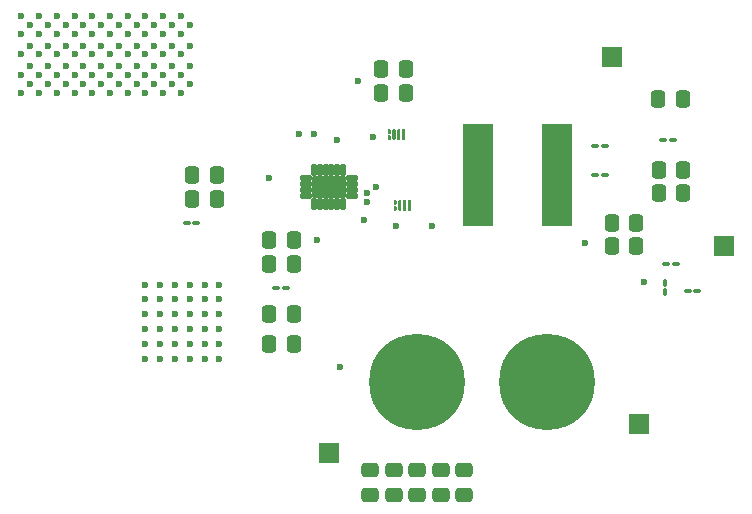
<source format=gbr>
%TF.GenerationSoftware,KiCad,Pcbnew,9.0.1*%
%TF.CreationDate,2025-11-16T17:16:38-08:00*%
%TF.ProjectId,GaN-LTC7800,47614e2d-4c54-4433-9738-30302e6b6963,rev?*%
%TF.SameCoordinates,Original*%
%TF.FileFunction,Soldermask,Top*%
%TF.FilePolarity,Negative*%
%FSLAX46Y46*%
G04 Gerber Fmt 4.6, Leading zero omitted, Abs format (unit mm)*
G04 Created by KiCad (PCBNEW 9.0.1) date 2025-11-16 17:16:38*
%MOMM*%
%LPD*%
G01*
G04 APERTURE LIST*
G04 Aperture macros list*
%AMRoundRect*
0 Rectangle with rounded corners*
0 $1 Rounding radius*
0 $2 $3 $4 $5 $6 $7 $8 $9 X,Y pos of 4 corners*
0 Add a 4 corners polygon primitive as box body*
4,1,4,$2,$3,$4,$5,$6,$7,$8,$9,$2,$3,0*
0 Add four circle primitives for the rounded corners*
1,1,$1+$1,$2,$3*
1,1,$1+$1,$4,$5*
1,1,$1+$1,$6,$7*
1,1,$1+$1,$8,$9*
0 Add four rect primitives between the rounded corners*
20,1,$1+$1,$2,$3,$4,$5,0*
20,1,$1+$1,$4,$5,$6,$7,0*
20,1,$1+$1,$6,$7,$8,$9,0*
20,1,$1+$1,$8,$9,$2,$3,0*%
G04 Aperture macros list end*
%ADD10C,0.000100*%
%ADD11RoundRect,0.250000X0.337500X0.475000X-0.337500X0.475000X-0.337500X-0.475000X0.337500X-0.475000X0*%
%ADD12RoundRect,0.250000X-0.337500X-0.475000X0.337500X-0.475000X0.337500X0.475000X-0.337500X0.475000X0*%
%ADD13RoundRect,0.250000X-0.475000X0.337500X-0.475000X-0.337500X0.475000X-0.337500X0.475000X0.337500X0*%
%ADD14RoundRect,0.100000X-0.217500X-0.100000X0.217500X-0.100000X0.217500X0.100000X-0.217500X0.100000X0*%
%ADD15R,1.700000X1.700000*%
%ADD16RoundRect,0.102000X0.135000X-0.420000X0.135000X0.420000X-0.135000X0.420000X-0.135000X-0.420000X0*%
%ADD17RoundRect,0.102000X0.420000X-0.135000X0.420000X0.135000X-0.420000X0.135000X-0.420000X-0.135000X0*%
%ADD18RoundRect,0.102000X1.325000X-0.825000X1.325000X0.825000X-1.325000X0.825000X-1.325000X-0.825000X0*%
%ADD19C,8.115000*%
%ADD20RoundRect,0.250000X0.475000X-0.337500X0.475000X0.337500X-0.475000X0.337500X-0.475000X-0.337500X0*%
%ADD21RoundRect,0.100000X0.217500X0.100000X-0.217500X0.100000X-0.217500X-0.100000X0.217500X-0.100000X0*%
%ADD22RoundRect,0.102000X-1.190000X-4.250000X1.190000X-4.250000X1.190000X4.250000X-1.190000X4.250000X0*%
%ADD23RoundRect,0.100000X-0.100000X0.217500X-0.100000X-0.217500X0.100000X-0.217500X0.100000X0.217500X0*%
%ADD24C,0.600000*%
G04 APERTURE END LIST*
D10*
%TO.C,Q1*%
X102119000Y-135093000D02*
X102128000Y-135095000D01*
X102137000Y-135099000D01*
X102145000Y-135103000D01*
X102153000Y-135108000D01*
X102160000Y-135114000D01*
X102167000Y-135121000D01*
X102173000Y-135128000D01*
X102178000Y-135136000D01*
X102182000Y-135144000D01*
X102186000Y-135153000D01*
X102188000Y-135162000D01*
X102190000Y-135172000D01*
X102190000Y-135181000D01*
X102190000Y-135301000D01*
X102190000Y-135310000D01*
X102188000Y-135320000D01*
X102186000Y-135329000D01*
X102182000Y-135338000D01*
X102178000Y-135346000D01*
X102173000Y-135354000D01*
X102167000Y-135361000D01*
X102160000Y-135368000D01*
X102153000Y-135374000D01*
X102145000Y-135379000D01*
X102137000Y-135383000D01*
X102128000Y-135387000D01*
X102119000Y-135389000D01*
X102109000Y-135391000D01*
X102100000Y-135391000D01*
X102091000Y-135391000D01*
X102081000Y-135389000D01*
X102072000Y-135387000D01*
X102063000Y-135383000D01*
X102055000Y-135379000D01*
X102047000Y-135374000D01*
X102040000Y-135368000D01*
X102033000Y-135361000D01*
X102027000Y-135354000D01*
X102022000Y-135346000D01*
X102018000Y-135338000D01*
X102014000Y-135329000D01*
X102012000Y-135320000D01*
X102010000Y-135310000D01*
X102010000Y-135301000D01*
X102010000Y-135181000D01*
X102010000Y-135172000D01*
X102012000Y-135162000D01*
X102014000Y-135153000D01*
X102018000Y-135144000D01*
X102022000Y-135136000D01*
X102027000Y-135128000D01*
X102033000Y-135121000D01*
X102040000Y-135114000D01*
X102047000Y-135108000D01*
X102055000Y-135103000D01*
X102063000Y-135099000D01*
X102072000Y-135095000D01*
X102081000Y-135093000D01*
X102091000Y-135091000D01*
X102100000Y-135091000D01*
X102109000Y-135091000D01*
X102119000Y-135093000D01*
G36*
X102119000Y-135093000D02*
G01*
X102128000Y-135095000D01*
X102137000Y-135099000D01*
X102145000Y-135103000D01*
X102153000Y-135108000D01*
X102160000Y-135114000D01*
X102167000Y-135121000D01*
X102173000Y-135128000D01*
X102178000Y-135136000D01*
X102182000Y-135144000D01*
X102186000Y-135153000D01*
X102188000Y-135162000D01*
X102190000Y-135172000D01*
X102190000Y-135181000D01*
X102190000Y-135301000D01*
X102190000Y-135310000D01*
X102188000Y-135320000D01*
X102186000Y-135329000D01*
X102182000Y-135338000D01*
X102178000Y-135346000D01*
X102173000Y-135354000D01*
X102167000Y-135361000D01*
X102160000Y-135368000D01*
X102153000Y-135374000D01*
X102145000Y-135379000D01*
X102137000Y-135383000D01*
X102128000Y-135387000D01*
X102119000Y-135389000D01*
X102109000Y-135391000D01*
X102100000Y-135391000D01*
X102091000Y-135391000D01*
X102081000Y-135389000D01*
X102072000Y-135387000D01*
X102063000Y-135383000D01*
X102055000Y-135379000D01*
X102047000Y-135374000D01*
X102040000Y-135368000D01*
X102033000Y-135361000D01*
X102027000Y-135354000D01*
X102022000Y-135346000D01*
X102018000Y-135338000D01*
X102014000Y-135329000D01*
X102012000Y-135320000D01*
X102010000Y-135310000D01*
X102010000Y-135301000D01*
X102010000Y-135181000D01*
X102010000Y-135172000D01*
X102012000Y-135162000D01*
X102014000Y-135153000D01*
X102018000Y-135144000D01*
X102022000Y-135136000D01*
X102027000Y-135128000D01*
X102033000Y-135121000D01*
X102040000Y-135114000D01*
X102047000Y-135108000D01*
X102055000Y-135103000D01*
X102063000Y-135099000D01*
X102072000Y-135095000D01*
X102081000Y-135093000D01*
X102091000Y-135091000D01*
X102100000Y-135091000D01*
X102109000Y-135091000D01*
X102119000Y-135093000D01*
G37*
X102119000Y-135611000D02*
X102128000Y-135613000D01*
X102137000Y-135617000D01*
X102145000Y-135621000D01*
X102153000Y-135626000D01*
X102160000Y-135632000D01*
X102167000Y-135639000D01*
X102173000Y-135646000D01*
X102178000Y-135654000D01*
X102182000Y-135662000D01*
X102186000Y-135671000D01*
X102188000Y-135680000D01*
X102190000Y-135690000D01*
X102190000Y-135699000D01*
X102190000Y-135819000D01*
X102190000Y-135828000D01*
X102188000Y-135838000D01*
X102186000Y-135847000D01*
X102182000Y-135856000D01*
X102178000Y-135864000D01*
X102173000Y-135872000D01*
X102167000Y-135879000D01*
X102160000Y-135886000D01*
X102153000Y-135892000D01*
X102145000Y-135897000D01*
X102137000Y-135901000D01*
X102128000Y-135905000D01*
X102119000Y-135907000D01*
X102109000Y-135909000D01*
X102100000Y-135909000D01*
X102091000Y-135909000D01*
X102081000Y-135907000D01*
X102072000Y-135905000D01*
X102063000Y-135901000D01*
X102055000Y-135897000D01*
X102047000Y-135892000D01*
X102040000Y-135886000D01*
X102033000Y-135879000D01*
X102027000Y-135872000D01*
X102022000Y-135864000D01*
X102018000Y-135856000D01*
X102014000Y-135847000D01*
X102012000Y-135838000D01*
X102010000Y-135828000D01*
X102010000Y-135819000D01*
X102010000Y-135699000D01*
X102010000Y-135690000D01*
X102012000Y-135680000D01*
X102014000Y-135671000D01*
X102018000Y-135662000D01*
X102022000Y-135654000D01*
X102027000Y-135646000D01*
X102033000Y-135639000D01*
X102040000Y-135632000D01*
X102047000Y-135626000D01*
X102055000Y-135621000D01*
X102063000Y-135617000D01*
X102072000Y-135613000D01*
X102081000Y-135611000D01*
X102091000Y-135609000D01*
X102100000Y-135609000D01*
X102109000Y-135609000D01*
X102119000Y-135611000D01*
G36*
X102119000Y-135611000D02*
G01*
X102128000Y-135613000D01*
X102137000Y-135617000D01*
X102145000Y-135621000D01*
X102153000Y-135626000D01*
X102160000Y-135632000D01*
X102167000Y-135639000D01*
X102173000Y-135646000D01*
X102178000Y-135654000D01*
X102182000Y-135662000D01*
X102186000Y-135671000D01*
X102188000Y-135680000D01*
X102190000Y-135690000D01*
X102190000Y-135699000D01*
X102190000Y-135819000D01*
X102190000Y-135828000D01*
X102188000Y-135838000D01*
X102186000Y-135847000D01*
X102182000Y-135856000D01*
X102178000Y-135864000D01*
X102173000Y-135872000D01*
X102167000Y-135879000D01*
X102160000Y-135886000D01*
X102153000Y-135892000D01*
X102145000Y-135897000D01*
X102137000Y-135901000D01*
X102128000Y-135905000D01*
X102119000Y-135907000D01*
X102109000Y-135909000D01*
X102100000Y-135909000D01*
X102091000Y-135909000D01*
X102081000Y-135907000D01*
X102072000Y-135905000D01*
X102063000Y-135901000D01*
X102055000Y-135897000D01*
X102047000Y-135892000D01*
X102040000Y-135886000D01*
X102033000Y-135879000D01*
X102027000Y-135872000D01*
X102022000Y-135864000D01*
X102018000Y-135856000D01*
X102014000Y-135847000D01*
X102012000Y-135838000D01*
X102010000Y-135828000D01*
X102010000Y-135819000D01*
X102010000Y-135699000D01*
X102010000Y-135690000D01*
X102012000Y-135680000D01*
X102014000Y-135671000D01*
X102018000Y-135662000D01*
X102022000Y-135654000D01*
X102027000Y-135646000D01*
X102033000Y-135639000D01*
X102040000Y-135632000D01*
X102047000Y-135626000D01*
X102055000Y-135621000D01*
X102063000Y-135617000D01*
X102072000Y-135613000D01*
X102081000Y-135611000D01*
X102091000Y-135609000D01*
X102100000Y-135609000D01*
X102109000Y-135609000D01*
X102119000Y-135611000D01*
G37*
X102512000Y-135094000D02*
X102521000Y-135095000D01*
X102530000Y-135098000D01*
X102539000Y-135102000D01*
X102547000Y-135106000D01*
X102555000Y-135111000D01*
X102562000Y-135117000D01*
X102568000Y-135124000D01*
X102574000Y-135132000D01*
X102579000Y-135140000D01*
X102583000Y-135148000D01*
X102586000Y-135157000D01*
X102588000Y-135166000D01*
X102590000Y-135175000D01*
X102590000Y-135185000D01*
X102590000Y-135820000D01*
X102589000Y-135829000D01*
X102588000Y-135838000D01*
X102585000Y-135847000D01*
X102582000Y-135855000D01*
X102577000Y-135864000D01*
X102572000Y-135871000D01*
X102566000Y-135879000D01*
X102560000Y-135885000D01*
X102552000Y-135891000D01*
X102545000Y-135896000D01*
X102536000Y-135900000D01*
X102528000Y-135904000D01*
X102519000Y-135906000D01*
X102509000Y-135907000D01*
X102500000Y-135908000D01*
X102491000Y-135907000D01*
X102481000Y-135906000D01*
X102472000Y-135904000D01*
X102464000Y-135900000D01*
X102455000Y-135896000D01*
X102448000Y-135891000D01*
X102440000Y-135885000D01*
X102434000Y-135879000D01*
X102428000Y-135871000D01*
X102423000Y-135864000D01*
X102418000Y-135855000D01*
X102415000Y-135847000D01*
X102412000Y-135838000D01*
X102411000Y-135829000D01*
X102410000Y-135820000D01*
X102410000Y-135180000D01*
X102411000Y-135171000D01*
X102413000Y-135161000D01*
X102415000Y-135152000D01*
X102419000Y-135144000D01*
X102423000Y-135136000D01*
X102429000Y-135128000D01*
X102435000Y-135121000D01*
X102442000Y-135114000D01*
X102449000Y-135109000D01*
X102457000Y-135104000D01*
X102466000Y-135100000D01*
X102475000Y-135097000D01*
X102484000Y-135095000D01*
X102493000Y-135093000D01*
X102502000Y-135093000D01*
X102512000Y-135094000D01*
G36*
X102512000Y-135094000D02*
G01*
X102521000Y-135095000D01*
X102530000Y-135098000D01*
X102539000Y-135102000D01*
X102547000Y-135106000D01*
X102555000Y-135111000D01*
X102562000Y-135117000D01*
X102568000Y-135124000D01*
X102574000Y-135132000D01*
X102579000Y-135140000D01*
X102583000Y-135148000D01*
X102586000Y-135157000D01*
X102588000Y-135166000D01*
X102590000Y-135175000D01*
X102590000Y-135185000D01*
X102590000Y-135820000D01*
X102589000Y-135829000D01*
X102588000Y-135838000D01*
X102585000Y-135847000D01*
X102582000Y-135855000D01*
X102577000Y-135864000D01*
X102572000Y-135871000D01*
X102566000Y-135879000D01*
X102560000Y-135885000D01*
X102552000Y-135891000D01*
X102545000Y-135896000D01*
X102536000Y-135900000D01*
X102528000Y-135904000D01*
X102519000Y-135906000D01*
X102509000Y-135907000D01*
X102500000Y-135908000D01*
X102491000Y-135907000D01*
X102481000Y-135906000D01*
X102472000Y-135904000D01*
X102464000Y-135900000D01*
X102455000Y-135896000D01*
X102448000Y-135891000D01*
X102440000Y-135885000D01*
X102434000Y-135879000D01*
X102428000Y-135871000D01*
X102423000Y-135864000D01*
X102418000Y-135855000D01*
X102415000Y-135847000D01*
X102412000Y-135838000D01*
X102411000Y-135829000D01*
X102410000Y-135820000D01*
X102410000Y-135180000D01*
X102411000Y-135171000D01*
X102413000Y-135161000D01*
X102415000Y-135152000D01*
X102419000Y-135144000D01*
X102423000Y-135136000D01*
X102429000Y-135128000D01*
X102435000Y-135121000D01*
X102442000Y-135114000D01*
X102449000Y-135109000D01*
X102457000Y-135104000D01*
X102466000Y-135100000D01*
X102475000Y-135097000D01*
X102484000Y-135095000D01*
X102493000Y-135093000D01*
X102502000Y-135093000D01*
X102512000Y-135094000D01*
G37*
X102912000Y-135094000D02*
X102921000Y-135095000D01*
X102930000Y-135098000D01*
X102939000Y-135102000D01*
X102947000Y-135106000D01*
X102955000Y-135111000D01*
X102962000Y-135117000D01*
X102968000Y-135124000D01*
X102974000Y-135132000D01*
X102979000Y-135140000D01*
X102983000Y-135148000D01*
X102986000Y-135157000D01*
X102988000Y-135166000D01*
X102990000Y-135175000D01*
X102990000Y-135185000D01*
X102990000Y-135820000D01*
X102989000Y-135829000D01*
X102988000Y-135838000D01*
X102985000Y-135847000D01*
X102982000Y-135855000D01*
X102977000Y-135864000D01*
X102972000Y-135871000D01*
X102966000Y-135879000D01*
X102960000Y-135885000D01*
X102952000Y-135891000D01*
X102945000Y-135896000D01*
X102936000Y-135900000D01*
X102928000Y-135904000D01*
X102919000Y-135906000D01*
X102909000Y-135907000D01*
X102900000Y-135908000D01*
X102891000Y-135907000D01*
X102881000Y-135906000D01*
X102872000Y-135904000D01*
X102864000Y-135900000D01*
X102855000Y-135896000D01*
X102848000Y-135891000D01*
X102840000Y-135885000D01*
X102834000Y-135879000D01*
X102828000Y-135871000D01*
X102823000Y-135864000D01*
X102818000Y-135855000D01*
X102815000Y-135847000D01*
X102812000Y-135838000D01*
X102811000Y-135829000D01*
X102810000Y-135820000D01*
X102810000Y-135180000D01*
X102811000Y-135171000D01*
X102813000Y-135161000D01*
X102815000Y-135152000D01*
X102819000Y-135144000D01*
X102823000Y-135136000D01*
X102829000Y-135128000D01*
X102835000Y-135121000D01*
X102842000Y-135114000D01*
X102849000Y-135109000D01*
X102857000Y-135104000D01*
X102866000Y-135100000D01*
X102875000Y-135097000D01*
X102884000Y-135095000D01*
X102893000Y-135093000D01*
X102902000Y-135093000D01*
X102912000Y-135094000D01*
G36*
X102912000Y-135094000D02*
G01*
X102921000Y-135095000D01*
X102930000Y-135098000D01*
X102939000Y-135102000D01*
X102947000Y-135106000D01*
X102955000Y-135111000D01*
X102962000Y-135117000D01*
X102968000Y-135124000D01*
X102974000Y-135132000D01*
X102979000Y-135140000D01*
X102983000Y-135148000D01*
X102986000Y-135157000D01*
X102988000Y-135166000D01*
X102990000Y-135175000D01*
X102990000Y-135185000D01*
X102990000Y-135820000D01*
X102989000Y-135829000D01*
X102988000Y-135838000D01*
X102985000Y-135847000D01*
X102982000Y-135855000D01*
X102977000Y-135864000D01*
X102972000Y-135871000D01*
X102966000Y-135879000D01*
X102960000Y-135885000D01*
X102952000Y-135891000D01*
X102945000Y-135896000D01*
X102936000Y-135900000D01*
X102928000Y-135904000D01*
X102919000Y-135906000D01*
X102909000Y-135907000D01*
X102900000Y-135908000D01*
X102891000Y-135907000D01*
X102881000Y-135906000D01*
X102872000Y-135904000D01*
X102864000Y-135900000D01*
X102855000Y-135896000D01*
X102848000Y-135891000D01*
X102840000Y-135885000D01*
X102834000Y-135879000D01*
X102828000Y-135871000D01*
X102823000Y-135864000D01*
X102818000Y-135855000D01*
X102815000Y-135847000D01*
X102812000Y-135838000D01*
X102811000Y-135829000D01*
X102810000Y-135820000D01*
X102810000Y-135180000D01*
X102811000Y-135171000D01*
X102813000Y-135161000D01*
X102815000Y-135152000D01*
X102819000Y-135144000D01*
X102823000Y-135136000D01*
X102829000Y-135128000D01*
X102835000Y-135121000D01*
X102842000Y-135114000D01*
X102849000Y-135109000D01*
X102857000Y-135104000D01*
X102866000Y-135100000D01*
X102875000Y-135097000D01*
X102884000Y-135095000D01*
X102893000Y-135093000D01*
X102902000Y-135093000D01*
X102912000Y-135094000D01*
G37*
X103312000Y-135094000D02*
X103321000Y-135095000D01*
X103330000Y-135098000D01*
X103339000Y-135102000D01*
X103347000Y-135106000D01*
X103355000Y-135111000D01*
X103362000Y-135117000D01*
X103368000Y-135124000D01*
X103374000Y-135132000D01*
X103379000Y-135140000D01*
X103383000Y-135148000D01*
X103386000Y-135157000D01*
X103388000Y-135166000D01*
X103390000Y-135175000D01*
X103390000Y-135185000D01*
X103390000Y-135820000D01*
X103389000Y-135829000D01*
X103388000Y-135838000D01*
X103385000Y-135847000D01*
X103382000Y-135855000D01*
X103377000Y-135864000D01*
X103372000Y-135871000D01*
X103366000Y-135879000D01*
X103360000Y-135885000D01*
X103352000Y-135891000D01*
X103345000Y-135896000D01*
X103336000Y-135900000D01*
X103328000Y-135904000D01*
X103319000Y-135906000D01*
X103309000Y-135907000D01*
X103300000Y-135908000D01*
X103291000Y-135907000D01*
X103281000Y-135906000D01*
X103272000Y-135904000D01*
X103264000Y-135900000D01*
X103255000Y-135896000D01*
X103248000Y-135891000D01*
X103240000Y-135885000D01*
X103234000Y-135879000D01*
X103228000Y-135871000D01*
X103223000Y-135864000D01*
X103218000Y-135855000D01*
X103215000Y-135847000D01*
X103212000Y-135838000D01*
X103211000Y-135829000D01*
X103210000Y-135820000D01*
X103210000Y-135180000D01*
X103211000Y-135171000D01*
X103213000Y-135161000D01*
X103215000Y-135152000D01*
X103219000Y-135144000D01*
X103223000Y-135136000D01*
X103229000Y-135128000D01*
X103235000Y-135121000D01*
X103242000Y-135114000D01*
X103249000Y-135109000D01*
X103257000Y-135104000D01*
X103266000Y-135100000D01*
X103275000Y-135097000D01*
X103284000Y-135095000D01*
X103293000Y-135093000D01*
X103302000Y-135093000D01*
X103312000Y-135094000D01*
G36*
X103312000Y-135094000D02*
G01*
X103321000Y-135095000D01*
X103330000Y-135098000D01*
X103339000Y-135102000D01*
X103347000Y-135106000D01*
X103355000Y-135111000D01*
X103362000Y-135117000D01*
X103368000Y-135124000D01*
X103374000Y-135132000D01*
X103379000Y-135140000D01*
X103383000Y-135148000D01*
X103386000Y-135157000D01*
X103388000Y-135166000D01*
X103390000Y-135175000D01*
X103390000Y-135185000D01*
X103390000Y-135820000D01*
X103389000Y-135829000D01*
X103388000Y-135838000D01*
X103385000Y-135847000D01*
X103382000Y-135855000D01*
X103377000Y-135864000D01*
X103372000Y-135871000D01*
X103366000Y-135879000D01*
X103360000Y-135885000D01*
X103352000Y-135891000D01*
X103345000Y-135896000D01*
X103336000Y-135900000D01*
X103328000Y-135904000D01*
X103319000Y-135906000D01*
X103309000Y-135907000D01*
X103300000Y-135908000D01*
X103291000Y-135907000D01*
X103281000Y-135906000D01*
X103272000Y-135904000D01*
X103264000Y-135900000D01*
X103255000Y-135896000D01*
X103248000Y-135891000D01*
X103240000Y-135885000D01*
X103234000Y-135879000D01*
X103228000Y-135871000D01*
X103223000Y-135864000D01*
X103218000Y-135855000D01*
X103215000Y-135847000D01*
X103212000Y-135838000D01*
X103211000Y-135829000D01*
X103210000Y-135820000D01*
X103210000Y-135180000D01*
X103211000Y-135171000D01*
X103213000Y-135161000D01*
X103215000Y-135152000D01*
X103219000Y-135144000D01*
X103223000Y-135136000D01*
X103229000Y-135128000D01*
X103235000Y-135121000D01*
X103242000Y-135114000D01*
X103249000Y-135109000D01*
X103257000Y-135104000D01*
X103266000Y-135100000D01*
X103275000Y-135097000D01*
X103284000Y-135095000D01*
X103293000Y-135093000D01*
X103302000Y-135093000D01*
X103312000Y-135094000D01*
G37*
%TO.C,Q2*%
X101619000Y-129093000D02*
X101628000Y-129095000D01*
X101637000Y-129099000D01*
X101645000Y-129103000D01*
X101653000Y-129108000D01*
X101660000Y-129114000D01*
X101667000Y-129121000D01*
X101673000Y-129128000D01*
X101678000Y-129136000D01*
X101682000Y-129144000D01*
X101686000Y-129153000D01*
X101688000Y-129162000D01*
X101690000Y-129172000D01*
X101690000Y-129181000D01*
X101690000Y-129301000D01*
X101690000Y-129310000D01*
X101688000Y-129320000D01*
X101686000Y-129329000D01*
X101682000Y-129338000D01*
X101678000Y-129346000D01*
X101673000Y-129354000D01*
X101667000Y-129361000D01*
X101660000Y-129368000D01*
X101653000Y-129374000D01*
X101645000Y-129379000D01*
X101637000Y-129383000D01*
X101628000Y-129387000D01*
X101619000Y-129389000D01*
X101609000Y-129391000D01*
X101600000Y-129391000D01*
X101591000Y-129391000D01*
X101581000Y-129389000D01*
X101572000Y-129387000D01*
X101563000Y-129383000D01*
X101555000Y-129379000D01*
X101547000Y-129374000D01*
X101540000Y-129368000D01*
X101533000Y-129361000D01*
X101527000Y-129354000D01*
X101522000Y-129346000D01*
X101518000Y-129338000D01*
X101514000Y-129329000D01*
X101512000Y-129320000D01*
X101510000Y-129310000D01*
X101510000Y-129301000D01*
X101510000Y-129181000D01*
X101510000Y-129172000D01*
X101512000Y-129162000D01*
X101514000Y-129153000D01*
X101518000Y-129144000D01*
X101522000Y-129136000D01*
X101527000Y-129128000D01*
X101533000Y-129121000D01*
X101540000Y-129114000D01*
X101547000Y-129108000D01*
X101555000Y-129103000D01*
X101563000Y-129099000D01*
X101572000Y-129095000D01*
X101581000Y-129093000D01*
X101591000Y-129091000D01*
X101600000Y-129091000D01*
X101609000Y-129091000D01*
X101619000Y-129093000D01*
G36*
X101619000Y-129093000D02*
G01*
X101628000Y-129095000D01*
X101637000Y-129099000D01*
X101645000Y-129103000D01*
X101653000Y-129108000D01*
X101660000Y-129114000D01*
X101667000Y-129121000D01*
X101673000Y-129128000D01*
X101678000Y-129136000D01*
X101682000Y-129144000D01*
X101686000Y-129153000D01*
X101688000Y-129162000D01*
X101690000Y-129172000D01*
X101690000Y-129181000D01*
X101690000Y-129301000D01*
X101690000Y-129310000D01*
X101688000Y-129320000D01*
X101686000Y-129329000D01*
X101682000Y-129338000D01*
X101678000Y-129346000D01*
X101673000Y-129354000D01*
X101667000Y-129361000D01*
X101660000Y-129368000D01*
X101653000Y-129374000D01*
X101645000Y-129379000D01*
X101637000Y-129383000D01*
X101628000Y-129387000D01*
X101619000Y-129389000D01*
X101609000Y-129391000D01*
X101600000Y-129391000D01*
X101591000Y-129391000D01*
X101581000Y-129389000D01*
X101572000Y-129387000D01*
X101563000Y-129383000D01*
X101555000Y-129379000D01*
X101547000Y-129374000D01*
X101540000Y-129368000D01*
X101533000Y-129361000D01*
X101527000Y-129354000D01*
X101522000Y-129346000D01*
X101518000Y-129338000D01*
X101514000Y-129329000D01*
X101512000Y-129320000D01*
X101510000Y-129310000D01*
X101510000Y-129301000D01*
X101510000Y-129181000D01*
X101510000Y-129172000D01*
X101512000Y-129162000D01*
X101514000Y-129153000D01*
X101518000Y-129144000D01*
X101522000Y-129136000D01*
X101527000Y-129128000D01*
X101533000Y-129121000D01*
X101540000Y-129114000D01*
X101547000Y-129108000D01*
X101555000Y-129103000D01*
X101563000Y-129099000D01*
X101572000Y-129095000D01*
X101581000Y-129093000D01*
X101591000Y-129091000D01*
X101600000Y-129091000D01*
X101609000Y-129091000D01*
X101619000Y-129093000D01*
G37*
X101619000Y-129611000D02*
X101628000Y-129613000D01*
X101637000Y-129617000D01*
X101645000Y-129621000D01*
X101653000Y-129626000D01*
X101660000Y-129632000D01*
X101667000Y-129639000D01*
X101673000Y-129646000D01*
X101678000Y-129654000D01*
X101682000Y-129662000D01*
X101686000Y-129671000D01*
X101688000Y-129680000D01*
X101690000Y-129690000D01*
X101690000Y-129699000D01*
X101690000Y-129819000D01*
X101690000Y-129828000D01*
X101688000Y-129838000D01*
X101686000Y-129847000D01*
X101682000Y-129856000D01*
X101678000Y-129864000D01*
X101673000Y-129872000D01*
X101667000Y-129879000D01*
X101660000Y-129886000D01*
X101653000Y-129892000D01*
X101645000Y-129897000D01*
X101637000Y-129901000D01*
X101628000Y-129905000D01*
X101619000Y-129907000D01*
X101609000Y-129909000D01*
X101600000Y-129909000D01*
X101591000Y-129909000D01*
X101581000Y-129907000D01*
X101572000Y-129905000D01*
X101563000Y-129901000D01*
X101555000Y-129897000D01*
X101547000Y-129892000D01*
X101540000Y-129886000D01*
X101533000Y-129879000D01*
X101527000Y-129872000D01*
X101522000Y-129864000D01*
X101518000Y-129856000D01*
X101514000Y-129847000D01*
X101512000Y-129838000D01*
X101510000Y-129828000D01*
X101510000Y-129819000D01*
X101510000Y-129699000D01*
X101510000Y-129690000D01*
X101512000Y-129680000D01*
X101514000Y-129671000D01*
X101518000Y-129662000D01*
X101522000Y-129654000D01*
X101527000Y-129646000D01*
X101533000Y-129639000D01*
X101540000Y-129632000D01*
X101547000Y-129626000D01*
X101555000Y-129621000D01*
X101563000Y-129617000D01*
X101572000Y-129613000D01*
X101581000Y-129611000D01*
X101591000Y-129609000D01*
X101600000Y-129609000D01*
X101609000Y-129609000D01*
X101619000Y-129611000D01*
G36*
X101619000Y-129611000D02*
G01*
X101628000Y-129613000D01*
X101637000Y-129617000D01*
X101645000Y-129621000D01*
X101653000Y-129626000D01*
X101660000Y-129632000D01*
X101667000Y-129639000D01*
X101673000Y-129646000D01*
X101678000Y-129654000D01*
X101682000Y-129662000D01*
X101686000Y-129671000D01*
X101688000Y-129680000D01*
X101690000Y-129690000D01*
X101690000Y-129699000D01*
X101690000Y-129819000D01*
X101690000Y-129828000D01*
X101688000Y-129838000D01*
X101686000Y-129847000D01*
X101682000Y-129856000D01*
X101678000Y-129864000D01*
X101673000Y-129872000D01*
X101667000Y-129879000D01*
X101660000Y-129886000D01*
X101653000Y-129892000D01*
X101645000Y-129897000D01*
X101637000Y-129901000D01*
X101628000Y-129905000D01*
X101619000Y-129907000D01*
X101609000Y-129909000D01*
X101600000Y-129909000D01*
X101591000Y-129909000D01*
X101581000Y-129907000D01*
X101572000Y-129905000D01*
X101563000Y-129901000D01*
X101555000Y-129897000D01*
X101547000Y-129892000D01*
X101540000Y-129886000D01*
X101533000Y-129879000D01*
X101527000Y-129872000D01*
X101522000Y-129864000D01*
X101518000Y-129856000D01*
X101514000Y-129847000D01*
X101512000Y-129838000D01*
X101510000Y-129828000D01*
X101510000Y-129819000D01*
X101510000Y-129699000D01*
X101510000Y-129690000D01*
X101512000Y-129680000D01*
X101514000Y-129671000D01*
X101518000Y-129662000D01*
X101522000Y-129654000D01*
X101527000Y-129646000D01*
X101533000Y-129639000D01*
X101540000Y-129632000D01*
X101547000Y-129626000D01*
X101555000Y-129621000D01*
X101563000Y-129617000D01*
X101572000Y-129613000D01*
X101581000Y-129611000D01*
X101591000Y-129609000D01*
X101600000Y-129609000D01*
X101609000Y-129609000D01*
X101619000Y-129611000D01*
G37*
X102012000Y-129094000D02*
X102021000Y-129095000D01*
X102030000Y-129098000D01*
X102039000Y-129102000D01*
X102047000Y-129106000D01*
X102055000Y-129111000D01*
X102062000Y-129117000D01*
X102068000Y-129124000D01*
X102074000Y-129132000D01*
X102079000Y-129140000D01*
X102083000Y-129148000D01*
X102086000Y-129157000D01*
X102088000Y-129166000D01*
X102090000Y-129175000D01*
X102090000Y-129185000D01*
X102090000Y-129820000D01*
X102089000Y-129829000D01*
X102088000Y-129838000D01*
X102085000Y-129847000D01*
X102082000Y-129855000D01*
X102077000Y-129864000D01*
X102072000Y-129871000D01*
X102066000Y-129879000D01*
X102060000Y-129885000D01*
X102052000Y-129891000D01*
X102045000Y-129896000D01*
X102036000Y-129900000D01*
X102028000Y-129904000D01*
X102019000Y-129906000D01*
X102009000Y-129907000D01*
X102000000Y-129908000D01*
X101991000Y-129907000D01*
X101981000Y-129906000D01*
X101972000Y-129904000D01*
X101964000Y-129900000D01*
X101955000Y-129896000D01*
X101948000Y-129891000D01*
X101940000Y-129885000D01*
X101934000Y-129879000D01*
X101928000Y-129871000D01*
X101923000Y-129864000D01*
X101918000Y-129855000D01*
X101915000Y-129847000D01*
X101912000Y-129838000D01*
X101911000Y-129829000D01*
X101910000Y-129820000D01*
X101910000Y-129180000D01*
X101911000Y-129171000D01*
X101913000Y-129161000D01*
X101915000Y-129152000D01*
X101919000Y-129144000D01*
X101923000Y-129136000D01*
X101929000Y-129128000D01*
X101935000Y-129121000D01*
X101942000Y-129114000D01*
X101949000Y-129109000D01*
X101957000Y-129104000D01*
X101966000Y-129100000D01*
X101975000Y-129097000D01*
X101984000Y-129095000D01*
X101993000Y-129093000D01*
X102002000Y-129093000D01*
X102012000Y-129094000D01*
G36*
X102012000Y-129094000D02*
G01*
X102021000Y-129095000D01*
X102030000Y-129098000D01*
X102039000Y-129102000D01*
X102047000Y-129106000D01*
X102055000Y-129111000D01*
X102062000Y-129117000D01*
X102068000Y-129124000D01*
X102074000Y-129132000D01*
X102079000Y-129140000D01*
X102083000Y-129148000D01*
X102086000Y-129157000D01*
X102088000Y-129166000D01*
X102090000Y-129175000D01*
X102090000Y-129185000D01*
X102090000Y-129820000D01*
X102089000Y-129829000D01*
X102088000Y-129838000D01*
X102085000Y-129847000D01*
X102082000Y-129855000D01*
X102077000Y-129864000D01*
X102072000Y-129871000D01*
X102066000Y-129879000D01*
X102060000Y-129885000D01*
X102052000Y-129891000D01*
X102045000Y-129896000D01*
X102036000Y-129900000D01*
X102028000Y-129904000D01*
X102019000Y-129906000D01*
X102009000Y-129907000D01*
X102000000Y-129908000D01*
X101991000Y-129907000D01*
X101981000Y-129906000D01*
X101972000Y-129904000D01*
X101964000Y-129900000D01*
X101955000Y-129896000D01*
X101948000Y-129891000D01*
X101940000Y-129885000D01*
X101934000Y-129879000D01*
X101928000Y-129871000D01*
X101923000Y-129864000D01*
X101918000Y-129855000D01*
X101915000Y-129847000D01*
X101912000Y-129838000D01*
X101911000Y-129829000D01*
X101910000Y-129820000D01*
X101910000Y-129180000D01*
X101911000Y-129171000D01*
X101913000Y-129161000D01*
X101915000Y-129152000D01*
X101919000Y-129144000D01*
X101923000Y-129136000D01*
X101929000Y-129128000D01*
X101935000Y-129121000D01*
X101942000Y-129114000D01*
X101949000Y-129109000D01*
X101957000Y-129104000D01*
X101966000Y-129100000D01*
X101975000Y-129097000D01*
X101984000Y-129095000D01*
X101993000Y-129093000D01*
X102002000Y-129093000D01*
X102012000Y-129094000D01*
G37*
X102412000Y-129094000D02*
X102421000Y-129095000D01*
X102430000Y-129098000D01*
X102439000Y-129102000D01*
X102447000Y-129106000D01*
X102455000Y-129111000D01*
X102462000Y-129117000D01*
X102468000Y-129124000D01*
X102474000Y-129132000D01*
X102479000Y-129140000D01*
X102483000Y-129148000D01*
X102486000Y-129157000D01*
X102488000Y-129166000D01*
X102490000Y-129175000D01*
X102490000Y-129185000D01*
X102490000Y-129820000D01*
X102489000Y-129829000D01*
X102488000Y-129838000D01*
X102485000Y-129847000D01*
X102482000Y-129855000D01*
X102477000Y-129864000D01*
X102472000Y-129871000D01*
X102466000Y-129879000D01*
X102460000Y-129885000D01*
X102452000Y-129891000D01*
X102445000Y-129896000D01*
X102436000Y-129900000D01*
X102428000Y-129904000D01*
X102419000Y-129906000D01*
X102409000Y-129907000D01*
X102400000Y-129908000D01*
X102391000Y-129907000D01*
X102381000Y-129906000D01*
X102372000Y-129904000D01*
X102364000Y-129900000D01*
X102355000Y-129896000D01*
X102348000Y-129891000D01*
X102340000Y-129885000D01*
X102334000Y-129879000D01*
X102328000Y-129871000D01*
X102323000Y-129864000D01*
X102318000Y-129855000D01*
X102315000Y-129847000D01*
X102312000Y-129838000D01*
X102311000Y-129829000D01*
X102310000Y-129820000D01*
X102310000Y-129180000D01*
X102311000Y-129171000D01*
X102313000Y-129161000D01*
X102315000Y-129152000D01*
X102319000Y-129144000D01*
X102323000Y-129136000D01*
X102329000Y-129128000D01*
X102335000Y-129121000D01*
X102342000Y-129114000D01*
X102349000Y-129109000D01*
X102357000Y-129104000D01*
X102366000Y-129100000D01*
X102375000Y-129097000D01*
X102384000Y-129095000D01*
X102393000Y-129093000D01*
X102402000Y-129093000D01*
X102412000Y-129094000D01*
G36*
X102412000Y-129094000D02*
G01*
X102421000Y-129095000D01*
X102430000Y-129098000D01*
X102439000Y-129102000D01*
X102447000Y-129106000D01*
X102455000Y-129111000D01*
X102462000Y-129117000D01*
X102468000Y-129124000D01*
X102474000Y-129132000D01*
X102479000Y-129140000D01*
X102483000Y-129148000D01*
X102486000Y-129157000D01*
X102488000Y-129166000D01*
X102490000Y-129175000D01*
X102490000Y-129185000D01*
X102490000Y-129820000D01*
X102489000Y-129829000D01*
X102488000Y-129838000D01*
X102485000Y-129847000D01*
X102482000Y-129855000D01*
X102477000Y-129864000D01*
X102472000Y-129871000D01*
X102466000Y-129879000D01*
X102460000Y-129885000D01*
X102452000Y-129891000D01*
X102445000Y-129896000D01*
X102436000Y-129900000D01*
X102428000Y-129904000D01*
X102419000Y-129906000D01*
X102409000Y-129907000D01*
X102400000Y-129908000D01*
X102391000Y-129907000D01*
X102381000Y-129906000D01*
X102372000Y-129904000D01*
X102364000Y-129900000D01*
X102355000Y-129896000D01*
X102348000Y-129891000D01*
X102340000Y-129885000D01*
X102334000Y-129879000D01*
X102328000Y-129871000D01*
X102323000Y-129864000D01*
X102318000Y-129855000D01*
X102315000Y-129847000D01*
X102312000Y-129838000D01*
X102311000Y-129829000D01*
X102310000Y-129820000D01*
X102310000Y-129180000D01*
X102311000Y-129171000D01*
X102313000Y-129161000D01*
X102315000Y-129152000D01*
X102319000Y-129144000D01*
X102323000Y-129136000D01*
X102329000Y-129128000D01*
X102335000Y-129121000D01*
X102342000Y-129114000D01*
X102349000Y-129109000D01*
X102357000Y-129104000D01*
X102366000Y-129100000D01*
X102375000Y-129097000D01*
X102384000Y-129095000D01*
X102393000Y-129093000D01*
X102402000Y-129093000D01*
X102412000Y-129094000D01*
G37*
X102812000Y-129094000D02*
X102821000Y-129095000D01*
X102830000Y-129098000D01*
X102839000Y-129102000D01*
X102847000Y-129106000D01*
X102855000Y-129111000D01*
X102862000Y-129117000D01*
X102868000Y-129124000D01*
X102874000Y-129132000D01*
X102879000Y-129140000D01*
X102883000Y-129148000D01*
X102886000Y-129157000D01*
X102888000Y-129166000D01*
X102890000Y-129175000D01*
X102890000Y-129185000D01*
X102890000Y-129820000D01*
X102889000Y-129829000D01*
X102888000Y-129838000D01*
X102885000Y-129847000D01*
X102882000Y-129855000D01*
X102877000Y-129864000D01*
X102872000Y-129871000D01*
X102866000Y-129879000D01*
X102860000Y-129885000D01*
X102852000Y-129891000D01*
X102845000Y-129896000D01*
X102836000Y-129900000D01*
X102828000Y-129904000D01*
X102819000Y-129906000D01*
X102809000Y-129907000D01*
X102800000Y-129908000D01*
X102791000Y-129907000D01*
X102781000Y-129906000D01*
X102772000Y-129904000D01*
X102764000Y-129900000D01*
X102755000Y-129896000D01*
X102748000Y-129891000D01*
X102740000Y-129885000D01*
X102734000Y-129879000D01*
X102728000Y-129871000D01*
X102723000Y-129864000D01*
X102718000Y-129855000D01*
X102715000Y-129847000D01*
X102712000Y-129838000D01*
X102711000Y-129829000D01*
X102710000Y-129820000D01*
X102710000Y-129180000D01*
X102711000Y-129171000D01*
X102713000Y-129161000D01*
X102715000Y-129152000D01*
X102719000Y-129144000D01*
X102723000Y-129136000D01*
X102729000Y-129128000D01*
X102735000Y-129121000D01*
X102742000Y-129114000D01*
X102749000Y-129109000D01*
X102757000Y-129104000D01*
X102766000Y-129100000D01*
X102775000Y-129097000D01*
X102784000Y-129095000D01*
X102793000Y-129093000D01*
X102802000Y-129093000D01*
X102812000Y-129094000D01*
G36*
X102812000Y-129094000D02*
G01*
X102821000Y-129095000D01*
X102830000Y-129098000D01*
X102839000Y-129102000D01*
X102847000Y-129106000D01*
X102855000Y-129111000D01*
X102862000Y-129117000D01*
X102868000Y-129124000D01*
X102874000Y-129132000D01*
X102879000Y-129140000D01*
X102883000Y-129148000D01*
X102886000Y-129157000D01*
X102888000Y-129166000D01*
X102890000Y-129175000D01*
X102890000Y-129185000D01*
X102890000Y-129820000D01*
X102889000Y-129829000D01*
X102888000Y-129838000D01*
X102885000Y-129847000D01*
X102882000Y-129855000D01*
X102877000Y-129864000D01*
X102872000Y-129871000D01*
X102866000Y-129879000D01*
X102860000Y-129885000D01*
X102852000Y-129891000D01*
X102845000Y-129896000D01*
X102836000Y-129900000D01*
X102828000Y-129904000D01*
X102819000Y-129906000D01*
X102809000Y-129907000D01*
X102800000Y-129908000D01*
X102791000Y-129907000D01*
X102781000Y-129906000D01*
X102772000Y-129904000D01*
X102764000Y-129900000D01*
X102755000Y-129896000D01*
X102748000Y-129891000D01*
X102740000Y-129885000D01*
X102734000Y-129879000D01*
X102728000Y-129871000D01*
X102723000Y-129864000D01*
X102718000Y-129855000D01*
X102715000Y-129847000D01*
X102712000Y-129838000D01*
X102711000Y-129829000D01*
X102710000Y-129820000D01*
X102710000Y-129180000D01*
X102711000Y-129171000D01*
X102713000Y-129161000D01*
X102715000Y-129152000D01*
X102719000Y-129144000D01*
X102723000Y-129136000D01*
X102729000Y-129128000D01*
X102735000Y-129121000D01*
X102742000Y-129114000D01*
X102749000Y-129109000D01*
X102757000Y-129104000D01*
X102766000Y-129100000D01*
X102775000Y-129097000D01*
X102784000Y-129095000D01*
X102793000Y-129093000D01*
X102802000Y-129093000D01*
X102812000Y-129094000D01*
G37*
%TD*%
D11*
%TO.C,C3_EX1*%
X103037500Y-124000000D03*
X100962500Y-124000000D03*
%TD*%
D12*
%TO.C,C1*%
X84962500Y-135000000D03*
X87037500Y-135000000D03*
%TD*%
%TO.C,CSENSE1*%
X120462500Y-137000000D03*
X122537500Y-137000000D03*
%TD*%
D13*
%TO.C,CinB1*%
X108000000Y-157962500D03*
X108000000Y-160037500D03*
%TD*%
D14*
%TO.C,R2*%
X84500000Y-137000000D03*
X85315000Y-137000000D03*
%TD*%
D11*
%TO.C,C5*%
X93537500Y-147250000D03*
X91462500Y-147250000D03*
%TD*%
D15*
%TO.C,TP_VIN2*%
X122750000Y-154000000D03*
%TD*%
D12*
%TO.C,C3*%
X100962500Y-126000000D03*
X103037500Y-126000000D03*
%TD*%
D16*
%TO.C,U1*%
X95250000Y-135445000D03*
X95750000Y-135445000D03*
X96250000Y-135445000D03*
X96750000Y-135445000D03*
X97250000Y-135445000D03*
X97750000Y-135445000D03*
D17*
X98445000Y-134750000D03*
X98445000Y-134250000D03*
X98445000Y-133750000D03*
X98445000Y-133250000D03*
D16*
X97750000Y-132555000D03*
X97250000Y-132555000D03*
X96750000Y-132555000D03*
X96250000Y-132555000D03*
X95750000Y-132555000D03*
X95250000Y-132555000D03*
D17*
X94555000Y-133250000D03*
X94555000Y-133750000D03*
X94555000Y-134250000D03*
X94555000Y-134750000D03*
D18*
X96500000Y-134000000D03*
%TD*%
D15*
%TO.C,TP_VIN1*%
X96500000Y-156500000D03*
%TD*%
D11*
%TO.C,CSENSE_EX1*%
X122537500Y-139000000D03*
X120462500Y-139000000D03*
%TD*%
%TO.C,COUT_EX2*%
X126537500Y-134500000D03*
X124462500Y-134500000D03*
%TD*%
D19*
%TO.C,VSource_IN1*%
X104000000Y-150500000D03*
%TD*%
D11*
%TO.C,COUT_EX1*%
X126537500Y-132500000D03*
X124462500Y-132500000D03*
%TD*%
D12*
%TO.C,C1_EX1*%
X84962500Y-133000000D03*
X87037500Y-133000000D03*
%TD*%
D14*
%TO.C,RSENSE1*%
X119092500Y-130500000D03*
X119907500Y-130500000D03*
%TD*%
D13*
%TO.C,CinA2*%
X104000000Y-157962500D03*
X104000000Y-160037500D03*
%TD*%
D14*
%TO.C,R6*%
X125092500Y-140500000D03*
X125907500Y-140500000D03*
%TD*%
D13*
%TO.C,CinB1_EX1*%
X100000000Y-157962500D03*
X100000000Y-160037500D03*
%TD*%
D14*
%TO.C,RLOAD1*%
X124842500Y-130000000D03*
X125657500Y-130000000D03*
%TD*%
D20*
%TO.C,CinA1_EX1*%
X102000000Y-160037500D03*
X102000000Y-157962500D03*
%TD*%
D21*
%TO.C,R9*%
X92907500Y-142500000D03*
X92092500Y-142500000D03*
%TD*%
D12*
%TO.C,COUT1*%
X124425000Y-126500000D03*
X126500000Y-126500000D03*
%TD*%
%TO.C,C6_EX1*%
X91462500Y-140500000D03*
X93537500Y-140500000D03*
%TD*%
D21*
%TO.C,R7*%
X127725000Y-142750000D03*
X126910000Y-142750000D03*
%TD*%
D15*
%TO.C,VOUT1*%
X120500000Y-123000000D03*
%TD*%
D13*
%TO.C,CinA1*%
X106000000Y-157962500D03*
X106000000Y-160037500D03*
%TD*%
D19*
%TO.C,VSource_GND1*%
X115000000Y-150500000D03*
%TD*%
D22*
%TO.C,L1*%
X109175000Y-133000000D03*
X115825000Y-133000000D03*
%TD*%
D12*
%TO.C,C6*%
X91462500Y-138500000D03*
X93537500Y-138500000D03*
%TD*%
D14*
%TO.C,R4*%
X119092500Y-133000000D03*
X119907500Y-133000000D03*
%TD*%
D11*
%TO.C,C5_EX1*%
X93537500Y-144750000D03*
X91462500Y-144750000D03*
%TD*%
D23*
%TO.C,R5*%
X125000000Y-142092500D03*
X125000000Y-142907500D03*
%TD*%
D15*
%TO.C,GND1*%
X130000000Y-139000000D03*
%TD*%
D24*
X81000000Y-142250000D03*
X82250000Y-144750000D03*
X86000000Y-146000000D03*
X83500000Y-142250000D03*
X81000000Y-148500000D03*
X84750000Y-146000000D03*
X84750000Y-147250000D03*
X82250000Y-146000000D03*
X83500000Y-148500000D03*
X86000000Y-143500000D03*
X86000000Y-147250000D03*
X86000000Y-148500000D03*
X83500000Y-146000000D03*
X82250000Y-147250000D03*
X84750000Y-144750000D03*
X82250000Y-142250000D03*
X84750000Y-142250000D03*
X87250000Y-144750000D03*
X83500000Y-144750000D03*
X81000000Y-147250000D03*
X83500000Y-143500000D03*
X87250000Y-142250000D03*
X81000000Y-143500000D03*
X87250000Y-143500000D03*
X87250000Y-148500000D03*
X84750000Y-143500000D03*
X82250000Y-148500000D03*
X87250000Y-146000000D03*
X87250000Y-147250000D03*
X81000000Y-146000000D03*
X82250000Y-143500000D03*
X81000000Y-144750000D03*
X86000000Y-142250000D03*
X86000000Y-144750000D03*
X83500000Y-147250000D03*
X84750000Y-148500000D03*
X94000000Y-129500000D03*
X102250000Y-137250000D03*
X105250000Y-137250000D03*
X97250000Y-130000000D03*
X99000000Y-125000000D03*
X95500000Y-138500000D03*
X99750000Y-134449997D03*
X91500000Y-133250000D03*
X97500000Y-149250000D03*
X71250000Y-122000000D03*
X73500000Y-121000000D03*
X81000000Y-121000000D03*
X75750000Y-125250000D03*
X75750000Y-123750000D03*
X76500000Y-119500000D03*
X84000000Y-124500000D03*
X76500000Y-124500000D03*
X78750000Y-123750000D03*
X83250000Y-120250000D03*
X80250000Y-122000000D03*
X81750000Y-120250000D03*
X79500000Y-122750000D03*
X84000000Y-122750000D03*
X83250000Y-122000000D03*
X75750000Y-122000000D03*
X76500000Y-122750000D03*
X81750000Y-122000000D03*
X75000000Y-119500000D03*
X78000000Y-126000000D03*
X72000000Y-126000000D03*
X84000000Y-126000000D03*
X75000000Y-122750000D03*
X76500000Y-121000000D03*
X82500000Y-122750000D03*
X73500000Y-119500000D03*
X70500000Y-122750000D03*
X70500000Y-121000000D03*
X72000000Y-122750000D03*
X75750000Y-120250000D03*
X83250000Y-123750000D03*
X82500000Y-119500000D03*
X72000000Y-121000000D03*
X78750000Y-125250000D03*
X71250000Y-125250000D03*
X74250000Y-120250000D03*
X74250000Y-125250000D03*
X78000000Y-121000000D03*
X81000000Y-122750000D03*
X78000000Y-122750000D03*
X80250000Y-125250000D03*
X78750000Y-122000000D03*
X73500000Y-126000000D03*
X72750000Y-125250000D03*
X72000000Y-124500000D03*
X72000000Y-119500000D03*
X81750000Y-123750000D03*
X70500000Y-119500000D03*
X81750000Y-125250000D03*
X81000000Y-124500000D03*
X74250000Y-123750000D03*
X84750000Y-120250000D03*
X71250000Y-120250000D03*
X77250000Y-123750000D03*
X78750000Y-120250000D03*
X79500000Y-119500000D03*
X83250000Y-125250000D03*
X80250000Y-120250000D03*
X84000000Y-119500000D03*
X82500000Y-121000000D03*
X82500000Y-124500000D03*
X78000000Y-124500000D03*
X73500000Y-124500000D03*
X72750000Y-123750000D03*
X80250000Y-123750000D03*
X74250000Y-122000000D03*
X81000000Y-126000000D03*
X77250000Y-120250000D03*
X77250000Y-122000000D03*
X84750000Y-123750000D03*
X73500000Y-122750000D03*
X75000000Y-124500000D03*
X79500000Y-124500000D03*
X79500000Y-121000000D03*
X71250000Y-123750000D03*
X79500000Y-126000000D03*
X84750000Y-122000000D03*
X75000000Y-126000000D03*
X84000000Y-121000000D03*
X81000000Y-119500000D03*
X82500000Y-126000000D03*
X70500000Y-124500000D03*
X70500000Y-126000000D03*
X75000000Y-121000000D03*
X76500000Y-126000000D03*
X84750000Y-125250000D03*
X78000000Y-119500000D03*
X72750000Y-122000000D03*
X72750000Y-120250000D03*
X77250000Y-125250000D03*
X118250000Y-138750000D03*
X99500000Y-136750000D03*
X95250000Y-129500000D03*
X100250000Y-129750000D03*
X100500000Y-134000000D03*
X99750000Y-135250000D03*
X123250000Y-142000000D03*
M02*

</source>
